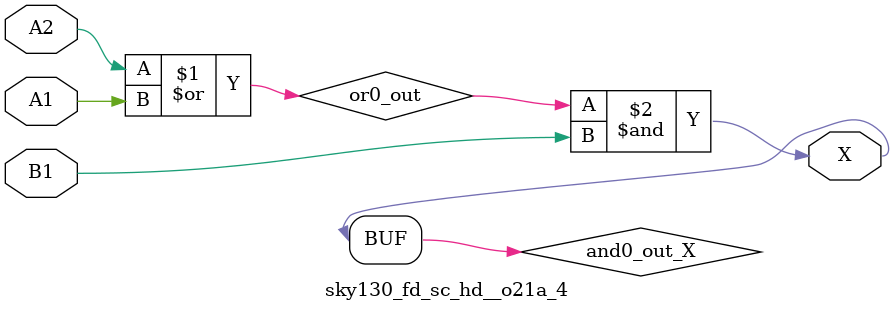
<source format=v>
/*
 * Copyright 2020 The SkyWater PDK Authors
 *
 * Licensed under the Apache License, Version 2.0 (the "License");
 * you may not use this file except in compliance with the License.
 * You may obtain a copy of the License at
 *
 *     https://www.apache.org/licenses/LICENSE-2.0
 *
 * Unless required by applicable law or agreed to in writing, software
 * distributed under the License is distributed on an "AS IS" BASIS,
 * WITHOUT WARRANTIES OR CONDITIONS OF ANY KIND, either express or implied.
 * See the License for the specific language governing permissions and
 * limitations under the License.
 *
 * SPDX-License-Identifier: Apache-2.0
*/


`ifndef SKY130_FD_SC_HD__O21A_4_FUNCTIONAL_V
`define SKY130_FD_SC_HD__O21A_4_FUNCTIONAL_V

/**
 * o21a: 2-input OR into first input of 2-input AND.
 *
 *       X = ((A1 | A2) & B1)
 *
 * Verilog simulation functional model.
 */

`timescale 1ns / 1ps
`default_nettype none

`celldefine
module sky130_fd_sc_hd__o21a_4 (
    X ,
    A1,
    A2,
    B1
);

    // Module ports
    output X ;
    input  A1;
    input  A2;
    input  B1;

    // Local signals
    wire or0_out   ;
    wire and0_out_X;

    //  Name  Output      Other arguments
    or  or0  (or0_out   , A2, A1         );
    and and0 (and0_out_X, or0_out, B1    );
    buf buf0 (X         , and0_out_X     );

endmodule
`endcelldefine

`default_nettype wire
`endif  // SKY130_FD_SC_HD__O21A_4_FUNCTIONAL_V

</source>
